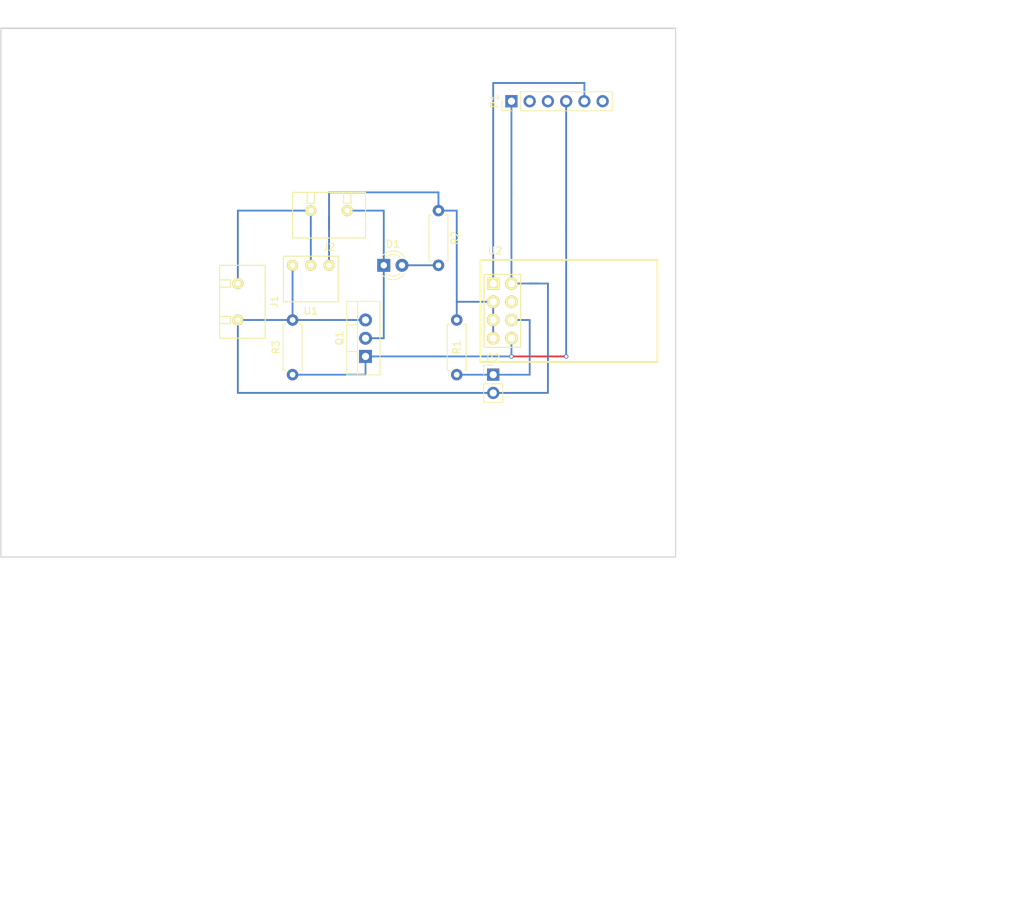
<source format=kicad_pcb>
(kicad_pcb (version 4) (host pcbnew 4.0.7-e2-6376~58~ubuntu16.04.1)

  (general
    (links 22)
    (no_connects 0)
    (area 83.719999 53.239999 177.900001 127.100001)
    (thickness 1.6)
    (drawings 29)
    (tracks 50)
    (zones 0)
    (modules 11)
    (nets 13)
  )

  (page A4)
  (title_block
    (title "IoT Switch")
    (date 2017-09-08)
    (rev 0)
  )

  (layers
    (0 F.Cu signal)
    (31 B.Cu signal)
    (32 B.Adhes user)
    (33 F.Adhes user)
    (34 B.Paste user)
    (35 F.Paste user)
    (36 B.SilkS user)
    (37 F.SilkS user)
    (38 B.Mask user)
    (39 F.Mask user)
    (40 Dwgs.User user hide)
    (41 Cmts.User user)
    (42 Eco1.User user)
    (43 Eco2.User user)
    (44 Edge.Cuts user)
    (45 Margin user)
    (46 B.CrtYd user)
    (47 F.CrtYd user)
    (48 B.Fab user)
    (49 F.Fab user)
  )

  (setup
    (last_trace_width 0.25)
    (trace_clearance 0.2)
    (zone_clearance 0.508)
    (zone_45_only no)
    (trace_min 0.2)
    (segment_width 0.2)
    (edge_width 0.2)
    (via_size 0.6)
    (via_drill 0.4)
    (via_min_size 0.4)
    (via_min_drill 0.3)
    (uvia_size 0.3)
    (uvia_drill 0.1)
    (uvias_allowed no)
    (uvia_min_size 0.2)
    (uvia_min_drill 0.1)
    (pcb_text_width 0.3)
    (pcb_text_size 1.5 1.5)
    (mod_edge_width 0.15)
    (mod_text_size 1 1)
    (mod_text_width 0.15)
    (pad_size 1.524 1.524)
    (pad_drill 0.762)
    (pad_to_mask_clearance 0.2)
    (aux_axis_origin 0 0)
    (visible_elements FFFFFF7F)
    (pcbplotparams
      (layerselection 0x00030_80000001)
      (usegerberextensions false)
      (excludeedgelayer true)
      (linewidth 0.100000)
      (plotframeref false)
      (viasonmask false)
      (mode 1)
      (useauxorigin false)
      (hpglpennumber 1)
      (hpglpenspeed 20)
      (hpglpendiameter 15)
      (hpglpenoverlay 2)
      (psnegative false)
      (psa4output false)
      (plotreference true)
      (plotvalue true)
      (plotinvisibletext false)
      (padsonsilk false)
      (subtractmaskfromsilk false)
      (outputformat 1)
      (mirror false)
      (drillshape 1)
      (scaleselection 1)
      (outputdirectory ""))
  )

  (net 0 "")
  (net 1 GND)
  (net 2 VDD)
  (net 3 "Net-(D1-Pad2)")
  (net 4 TX)
  (net 5 RX)
  (net 6 "Net-(D1-Pad1)")
  (net 7 +3V3)
  (net 8 "Net-(P2-Pad1)")
  (net 9 "Net-(P1-Pad2)")
  (net 10 "Net-(P1-Pad3)")
  (net 11 "Net-(P1-Pad6)")
  (net 12 "Net-(U2-Pad4)")

  (net_class Default "This is the default net class."
    (clearance 0.2)
    (trace_width 0.25)
    (via_dia 0.6)
    (via_drill 0.4)
    (uvia_dia 0.3)
    (uvia_drill 0.1)
    (add_net +3V3)
    (add_net GND)
    (add_net "Net-(D1-Pad1)")
    (add_net "Net-(D1-Pad2)")
    (add_net "Net-(P1-Pad2)")
    (add_net "Net-(P1-Pad3)")
    (add_net "Net-(P1-Pad6)")
    (add_net "Net-(P2-Pad1)")
    (add_net "Net-(U2-Pad4)")
    (add_net RX)
    (add_net TX)
    (add_net VDD)
  )

  (module ESP8266:ESP-01 (layer F.Cu) (tedit 59B63C3E) (tstamp 59ABE678)
    (at 152.4 88.9)
    (descr "Module, ESP-8266, ESP-01, 8 pin")
    (tags "Module ESP-8266 ESP8266")
    (path /59A6C282)
    (fp_text reference U2 (at 0.254 -4.572) (layer F.SilkS)
      (effects (font (size 1 1) (thickness 0.15)))
    )
    (fp_text value ESP8266-01 (at 6.35 3.81 90) (layer F.Fab)
      (effects (font (size 1 1) (thickness 0.15)))
    )
    (fp_line (start -1.778 -3.302) (end 22.86 -3.302) (layer F.SilkS) (width 0.254))
    (fp_line (start 22.86 -3.302) (end 22.86 10.922) (layer F.SilkS) (width 0.254))
    (fp_line (start 22.86 10.922) (end -1.778 10.922) (layer F.SilkS) (width 0.254))
    (fp_line (start -1.778 10.922) (end -1.778 -3.302) (layer F.SilkS) (width 0.254))
    (fp_line (start -1.778 -3.302) (end 22.86 -3.302) (layer F.Fab) (width 0.05))
    (fp_line (start 22.86 -3.302) (end 22.86 10.922) (layer F.Fab) (width 0.05))
    (fp_line (start 22.86 10.922) (end -1.778 10.922) (layer F.Fab) (width 0.05))
    (fp_line (start -1.778 10.922) (end -1.778 -3.302) (layer F.Fab) (width 0.05))
    (fp_line (start 1.27 -1.27) (end -1.27 -1.27) (layer F.SilkS) (width 0.1524))
    (fp_line (start -1.27 -1.27) (end -1.27 1.27) (layer F.SilkS) (width 0.1524))
    (fp_line (start -1.75 -1.75) (end -1.75 9.4) (layer F.CrtYd) (width 0.05))
    (fp_line (start 4.3 -1.75) (end 4.3 9.4) (layer F.CrtYd) (width 0.05))
    (fp_line (start -1.75 -1.75) (end 4.3 -1.75) (layer F.CrtYd) (width 0.05))
    (fp_line (start -1.75 9.4) (end 4.3 9.4) (layer F.CrtYd) (width 0.05))
    (fp_line (start -1.27 1.27) (end -1.27 8.89) (layer F.SilkS) (width 0.1524))
    (fp_line (start -1.27 8.89) (end 3.81 8.89) (layer F.SilkS) (width 0.1524))
    (fp_line (start 3.81 8.89) (end 3.81 -1.27) (layer F.SilkS) (width 0.1524))
    (fp_line (start 3.81 -1.27) (end 1.27 -1.27) (layer F.SilkS) (width 0.1524))
    (pad 1 thru_hole rect (at 0 0) (size 1.7272 1.7272) (drill 1.016) (layers *.Cu *.Mask F.SilkS)
      (net 4 TX))
    (pad 2 thru_hole oval (at 2.54 0) (size 1.7272 1.7272) (drill 1.016) (layers *.Cu *.Mask F.SilkS)
      (net 1 GND))
    (pad 3 thru_hole oval (at 0 2.54) (size 1.7272 1.7272) (drill 1.016) (layers *.Cu *.Mask F.SilkS)
      (net 7 +3V3))
    (pad 4 thru_hole oval (at 2.54 2.54) (size 1.7272 1.7272) (drill 1.016) (layers *.Cu *.Mask F.SilkS)
      (net 12 "Net-(U2-Pad4)"))
    (pad 5 thru_hole oval (at 0 5.08) (size 1.7272 1.7272) (drill 1.016) (layers *.Cu *.Mask F.SilkS)
      (net 7 +3V3))
    (pad 6 thru_hole oval (at 2.54 5.08) (size 1.7272 1.7272) (drill 1.016) (layers *.Cu *.Mask F.SilkS)
      (net 8 "Net-(P2-Pad1)"))
    (pad 7 thru_hole oval (at 0 7.62) (size 1.7272 1.7272) (drill 1.016) (layers *.Cu *.Mask F.SilkS)
      (net 7 +3V3))
    (pad 8 thru_hole oval (at 2.54 7.62) (size 1.7272 1.7272) (drill 1.016) (layers *.Cu *.Mask F.SilkS)
      (net 5 RX))
  )

  (module TO_SOT_Packages_THT:TO-220_Vertical (layer F.Cu) (tedit 58CE52AD) (tstamp 59A6D468)
    (at 134.62 99.06 90)
    (descr "TO-220, Vertical, RM 2.54mm")
    (tags "TO-220 Vertical RM 2.54mm")
    (path /59A80E5B)
    (fp_text reference Q1 (at 2.54 -3.62 90) (layer F.SilkS)
      (effects (font (size 1 1) (thickness 0.15)))
    )
    (fp_text value IRL2703 (at 2.54 3.92 90) (layer F.Fab)
      (effects (font (size 1 1) (thickness 0.15)))
    )
    (fp_text user %R (at 2.54 -3.62 90) (layer F.Fab)
      (effects (font (size 1 1) (thickness 0.15)))
    )
    (fp_line (start -2.46 -2.5) (end -2.46 1.9) (layer F.Fab) (width 0.1))
    (fp_line (start -2.46 1.9) (end 7.54 1.9) (layer F.Fab) (width 0.1))
    (fp_line (start 7.54 1.9) (end 7.54 -2.5) (layer F.Fab) (width 0.1))
    (fp_line (start 7.54 -2.5) (end -2.46 -2.5) (layer F.Fab) (width 0.1))
    (fp_line (start -2.46 -1.23) (end 7.54 -1.23) (layer F.Fab) (width 0.1))
    (fp_line (start 0.69 -2.5) (end 0.69 -1.23) (layer F.Fab) (width 0.1))
    (fp_line (start 4.39 -2.5) (end 4.39 -1.23) (layer F.Fab) (width 0.1))
    (fp_line (start -2.58 -2.62) (end 7.66 -2.62) (layer F.SilkS) (width 0.12))
    (fp_line (start -2.58 2.021) (end 7.66 2.021) (layer F.SilkS) (width 0.12))
    (fp_line (start -2.58 -2.62) (end -2.58 2.021) (layer F.SilkS) (width 0.12))
    (fp_line (start 7.66 -2.62) (end 7.66 2.021) (layer F.SilkS) (width 0.12))
    (fp_line (start -2.58 -1.11) (end 7.66 -1.11) (layer F.SilkS) (width 0.12))
    (fp_line (start 0.69 -2.62) (end 0.69 -1.11) (layer F.SilkS) (width 0.12))
    (fp_line (start 4.391 -2.62) (end 4.391 -1.11) (layer F.SilkS) (width 0.12))
    (fp_line (start -2.71 -2.75) (end -2.71 2.16) (layer F.CrtYd) (width 0.05))
    (fp_line (start -2.71 2.16) (end 7.79 2.16) (layer F.CrtYd) (width 0.05))
    (fp_line (start 7.79 2.16) (end 7.79 -2.75) (layer F.CrtYd) (width 0.05))
    (fp_line (start 7.79 -2.75) (end -2.71 -2.75) (layer F.CrtYd) (width 0.05))
    (pad 1 thru_hole rect (at 0 0 90) (size 1.8 1.8) (drill 1) (layers *.Cu *.Mask)
      (net 5 RX))
    (pad 2 thru_hole oval (at 2.54 0 90) (size 1.8 1.8) (drill 1) (layers *.Cu *.Mask)
      (net 6 "Net-(D1-Pad1)"))
    (pad 3 thru_hole oval (at 5.08 0 90) (size 1.8 1.8) (drill 1) (layers *.Cu *.Mask)
      (net 1 GND))
    (model ${KISYS3DMOD}/TO_SOT_Packages_THT.3dshapes/TO-220_Vertical.wrl
      (at (xyz 0.1 0 0))
      (scale (xyz 0.393701 0.393701 0.393701))
      (rotate (xyz 0 0 0))
    )
  )

  (module LEDs:LED_D3.0mm (layer F.Cu) (tedit 587A3A7B) (tstamp 59A6D581)
    (at 137.16 86.36)
    (descr "LED, diameter 3.0mm, 2 pins")
    (tags "LED diameter 3.0mm 2 pins")
    (path /59A6C795)
    (fp_text reference D1 (at 1.27 -2.96) (layer F.SilkS)
      (effects (font (size 1 1) (thickness 0.15)))
    )
    (fp_text value LED (at 1.27 2.96) (layer F.Fab)
      (effects (font (size 1 1) (thickness 0.15)))
    )
    (fp_arc (start 1.27 0) (end -0.23 -1.16619) (angle 284.3) (layer F.Fab) (width 0.1))
    (fp_arc (start 1.27 0) (end -0.29 -1.235516) (angle 108.8) (layer F.SilkS) (width 0.12))
    (fp_arc (start 1.27 0) (end -0.29 1.235516) (angle -108.8) (layer F.SilkS) (width 0.12))
    (fp_arc (start 1.27 0) (end 0.229039 -1.08) (angle 87.9) (layer F.SilkS) (width 0.12))
    (fp_arc (start 1.27 0) (end 0.229039 1.08) (angle -87.9) (layer F.SilkS) (width 0.12))
    (fp_circle (center 1.27 0) (end 2.77 0) (layer F.Fab) (width 0.1))
    (fp_line (start -0.23 -1.16619) (end -0.23 1.16619) (layer F.Fab) (width 0.1))
    (fp_line (start -0.29 -1.236) (end -0.29 -1.08) (layer F.SilkS) (width 0.12))
    (fp_line (start -0.29 1.08) (end -0.29 1.236) (layer F.SilkS) (width 0.12))
    (fp_line (start -1.15 -2.25) (end -1.15 2.25) (layer F.CrtYd) (width 0.05))
    (fp_line (start -1.15 2.25) (end 3.7 2.25) (layer F.CrtYd) (width 0.05))
    (fp_line (start 3.7 2.25) (end 3.7 -2.25) (layer F.CrtYd) (width 0.05))
    (fp_line (start 3.7 -2.25) (end -1.15 -2.25) (layer F.CrtYd) (width 0.05))
    (pad 1 thru_hole rect (at 0 0) (size 1.8 1.8) (drill 0.9) (layers *.Cu *.Mask)
      (net 6 "Net-(D1-Pad1)"))
    (pad 2 thru_hole circle (at 2.54 0) (size 1.8 1.8) (drill 0.9) (layers *.Cu *.Mask)
      (net 3 "Net-(D1-Pad2)"))
    (model ${KISYS3DMOD}/LEDs.3dshapes/LED_D3.0mm.wrl
      (at (xyz 0 0 0))
      (scale (xyz 0.393701 0.393701 0.393701))
      (rotate (xyz 0 0 0))
    )
  )

  (module my_library:Screw_terminal (layer F.Cu) (tedit 59B63D13) (tstamp 59AB2011)
    (at 116.84 91.44 270)
    (path /59AB300F)
    (fp_text reference J1 (at 0 -5.08 270) (layer F.SilkS)
      (effects (font (size 1 1) (thickness 0.15)))
    )
    (fp_text value "6-20V in" (at 0 -2.54 270) (layer F.Fab)
      (effects (font (size 1 1) (thickness 0.15)))
    )
    (fp_line (start -2.032 1.016) (end -2.032 2.54) (layer F.SilkS) (width 0.15))
    (fp_line (start -3.048 1.016) (end -2.032 1.016) (layer F.SilkS) (width 0.15))
    (fp_line (start -3.048 2.54) (end -3.048 1.016) (layer F.SilkS) (width 0.15))
    (fp_line (start 3.048 1.016) (end 3.048 2.54) (layer F.SilkS) (width 0.15))
    (fp_line (start 2.032 1.016) (end 3.048 1.016) (layer F.SilkS) (width 0.15))
    (fp_line (start 2.032 2.54) (end 2.032 1.016) (layer F.SilkS) (width 0.15))
    (fp_line (start 5.08 2.54) (end -5.08 2.54) (layer F.SilkS) (width 0.15))
    (fp_line (start 5.08 -3.81) (end 5.08 2.54) (layer F.SilkS) (width 0.15))
    (fp_line (start -5.08 -3.81) (end 5.08 -3.81) (layer F.SilkS) (width 0.15))
    (fp_line (start -5.08 2.54) (end -5.08 -3.81) (layer F.SilkS) (width 0.15))
    (pad 1 thru_hole circle (at -2.54 0 270) (size 1.524 1.524) (drill 0.762) (layers *.Cu *.Mask F.SilkS)
      (net 2 VDD))
    (pad 2 thru_hole circle (at 2.54 0 270) (size 1.524 1.524) (drill 0.762) (layers *.Cu *.Mask F.SilkS)
      (net 1 GND))
  )

  (module my_library:Screw_terminal (layer F.Cu) (tedit 59B63BB3) (tstamp 59ABE5F1)
    (at 129.54 78.74 180)
    (path /59A6C595)
    (fp_text reference J2 (at 0 -5.08 180) (layer F.SilkS)
      (effects (font (size 1 1) (thickness 0.15)))
    )
    (fp_text value Load (at 0 -7.62 180) (layer F.Fab)
      (effects (font (size 1 1) (thickness 0.15)))
    )
    (fp_line (start -2.032 1.016) (end -2.032 2.54) (layer F.SilkS) (width 0.15))
    (fp_line (start -3.048 1.016) (end -2.032 1.016) (layer F.SilkS) (width 0.15))
    (fp_line (start -3.048 2.54) (end -3.048 1.016) (layer F.SilkS) (width 0.15))
    (fp_line (start 3.048 1.016) (end 3.048 2.54) (layer F.SilkS) (width 0.15))
    (fp_line (start 2.032 1.016) (end 3.048 1.016) (layer F.SilkS) (width 0.15))
    (fp_line (start 2.032 2.54) (end 2.032 1.016) (layer F.SilkS) (width 0.15))
    (fp_line (start 5.08 2.54) (end -5.08 2.54) (layer F.SilkS) (width 0.15))
    (fp_line (start 5.08 -3.81) (end 5.08 2.54) (layer F.SilkS) (width 0.15))
    (fp_line (start -5.08 -3.81) (end 5.08 -3.81) (layer F.SilkS) (width 0.15))
    (fp_line (start -5.08 2.54) (end -5.08 -3.81) (layer F.SilkS) (width 0.15))
    (pad 1 thru_hole circle (at -2.54 0 180) (size 1.524 1.524) (drill 0.762) (layers *.Cu *.Mask F.SilkS)
      (net 6 "Net-(D1-Pad1)"))
    (pad 2 thru_hole circle (at 2.54 0 180) (size 1.524 1.524) (drill 0.762) (layers *.Cu *.Mask F.SilkS)
      (net 2 VDD))
  )

  (module Pin_Headers:Pin_Header_Straight_1x02_Pitch2.54mm (layer F.Cu) (tedit 59650532) (tstamp 59ABE601)
    (at 152.4 101.6)
    (descr "Through hole straight pin header, 1x02, 2.54mm pitch, single row")
    (tags "Through hole pin header THT 1x02 2.54mm single row")
    (path /59ABCC28)
    (fp_text reference P2 (at 0 -2.33) (layer F.SilkS)
      (effects (font (size 1 1) (thickness 0.15)))
    )
    (fp_text value PROG_JP (at 0 4.87) (layer F.Fab)
      (effects (font (size 1 1) (thickness 0.15)))
    )
    (fp_line (start -0.635 -1.27) (end 1.27 -1.27) (layer F.Fab) (width 0.1))
    (fp_line (start 1.27 -1.27) (end 1.27 3.81) (layer F.Fab) (width 0.1))
    (fp_line (start 1.27 3.81) (end -1.27 3.81) (layer F.Fab) (width 0.1))
    (fp_line (start -1.27 3.81) (end -1.27 -0.635) (layer F.Fab) (width 0.1))
    (fp_line (start -1.27 -0.635) (end -0.635 -1.27) (layer F.Fab) (width 0.1))
    (fp_line (start -1.33 3.87) (end 1.33 3.87) (layer F.SilkS) (width 0.12))
    (fp_line (start -1.33 1.27) (end -1.33 3.87) (layer F.SilkS) (width 0.12))
    (fp_line (start 1.33 1.27) (end 1.33 3.87) (layer F.SilkS) (width 0.12))
    (fp_line (start -1.33 1.27) (end 1.33 1.27) (layer F.SilkS) (width 0.12))
    (fp_line (start -1.33 0) (end -1.33 -1.33) (layer F.SilkS) (width 0.12))
    (fp_line (start -1.33 -1.33) (end 0 -1.33) (layer F.SilkS) (width 0.12))
    (fp_line (start -1.8 -1.8) (end -1.8 4.35) (layer F.CrtYd) (width 0.05))
    (fp_line (start -1.8 4.35) (end 1.8 4.35) (layer F.CrtYd) (width 0.05))
    (fp_line (start 1.8 4.35) (end 1.8 -1.8) (layer F.CrtYd) (width 0.05))
    (fp_line (start 1.8 -1.8) (end -1.8 -1.8) (layer F.CrtYd) (width 0.05))
    (fp_text user %R (at 0 1.27 90) (layer F.Fab)
      (effects (font (size 1 1) (thickness 0.15)))
    )
    (pad 1 thru_hole rect (at 0 0) (size 1.7 1.7) (drill 1) (layers *.Cu *.Mask)
      (net 8 "Net-(P2-Pad1)"))
    (pad 2 thru_hole oval (at 0 2.54) (size 1.7 1.7) (drill 1) (layers *.Cu *.Mask)
      (net 1 GND))
    (model ${KISYS3DMOD}/Pin_Headers.3dshapes/Pin_Header_Straight_1x02_Pitch2.54mm.wrl
      (at (xyz 0 0 0))
      (scale (xyz 1 1 1))
      (rotate (xyz 0 0 0))
    )
  )

  (module Resistors_ThroughHole:R_Axial_DIN0207_L6.3mm_D2.5mm_P7.62mm_Horizontal (layer F.Cu) (tedit 5874F706) (tstamp 59ABE607)
    (at 124.46 101.6 90)
    (descr "Resistor, Axial_DIN0207 series, Axial, Horizontal, pin pitch=7.62mm, 0.25W = 1/4W, length*diameter=6.3*2.5mm^2, http://cdn-reichelt.de/documents/datenblatt/B400/1_4W%23YAG.pdf")
    (tags "Resistor Axial_DIN0207 series Axial Horizontal pin pitch 7.62mm 0.25W = 1/4W length 6.3mm diameter 2.5mm")
    (path /59A6C6D7)
    (fp_text reference R3 (at 3.81 -2.31 90) (layer F.SilkS)
      (effects (font (size 1 1) (thickness 0.15)))
    )
    (fp_text value 1k (at 3.81 2.31 90) (layer F.Fab)
      (effects (font (size 1 1) (thickness 0.15)))
    )
    (fp_line (start 0.66 -1.25) (end 0.66 1.25) (layer F.Fab) (width 0.1))
    (fp_line (start 0.66 1.25) (end 6.96 1.25) (layer F.Fab) (width 0.1))
    (fp_line (start 6.96 1.25) (end 6.96 -1.25) (layer F.Fab) (width 0.1))
    (fp_line (start 6.96 -1.25) (end 0.66 -1.25) (layer F.Fab) (width 0.1))
    (fp_line (start 0 0) (end 0.66 0) (layer F.Fab) (width 0.1))
    (fp_line (start 7.62 0) (end 6.96 0) (layer F.Fab) (width 0.1))
    (fp_line (start 0.6 -0.98) (end 0.6 -1.31) (layer F.SilkS) (width 0.12))
    (fp_line (start 0.6 -1.31) (end 7.02 -1.31) (layer F.SilkS) (width 0.12))
    (fp_line (start 7.02 -1.31) (end 7.02 -0.98) (layer F.SilkS) (width 0.12))
    (fp_line (start 0.6 0.98) (end 0.6 1.31) (layer F.SilkS) (width 0.12))
    (fp_line (start 0.6 1.31) (end 7.02 1.31) (layer F.SilkS) (width 0.12))
    (fp_line (start 7.02 1.31) (end 7.02 0.98) (layer F.SilkS) (width 0.12))
    (fp_line (start -1.05 -1.6) (end -1.05 1.6) (layer F.CrtYd) (width 0.05))
    (fp_line (start -1.05 1.6) (end 8.7 1.6) (layer F.CrtYd) (width 0.05))
    (fp_line (start 8.7 1.6) (end 8.7 -1.6) (layer F.CrtYd) (width 0.05))
    (fp_line (start 8.7 -1.6) (end -1.05 -1.6) (layer F.CrtYd) (width 0.05))
    (pad 1 thru_hole circle (at 0 0 90) (size 1.6 1.6) (drill 0.8) (layers *.Cu *.Mask)
      (net 5 RX))
    (pad 2 thru_hole oval (at 7.62 0 90) (size 1.6 1.6) (drill 0.8) (layers *.Cu *.Mask)
      (net 1 GND))
    (model ${KISYS3DMOD}/Resistors_THT.3dshapes/R_Axial_DIN0207_L6.3mm_D2.5mm_P7.62mm_Horizontal.wrl
      (at (xyz 0 0 0))
      (scale (xyz 0.393701 0.393701 0.393701))
      (rotate (xyz 0 0 0))
    )
  )

  (module Resistors_ThroughHole:R_Axial_DIN0207_L6.3mm_D2.5mm_P7.62mm_Horizontal (layer F.Cu) (tedit 59B63BAC) (tstamp 59ABE668)
    (at 147.32 93.98 270)
    (descr "Resistor, Axial_DIN0207 series, Axial, Horizontal, pin pitch=7.62mm, 0.25W = 1/4W, length*diameter=6.3*2.5mm^2, http://cdn-reichelt.de/documents/datenblatt/B400/1_4W%23YAG.pdf")
    (tags "Resistor Axial_DIN0207 series Axial Horizontal pin pitch 7.62mm 0.25W = 1/4W length 6.3mm diameter 2.5mm")
    (path /59ABC38A)
    (fp_text reference R1 (at 3.81 0 270) (layer F.SilkS)
      (effects (font (size 1 1) (thickness 0.15)))
    )
    (fp_text value 1k (at 3.81 2.31 270) (layer F.Fab)
      (effects (font (size 1 1) (thickness 0.15)))
    )
    (fp_line (start 0.66 -1.25) (end 0.66 1.25) (layer F.Fab) (width 0.1))
    (fp_line (start 0.66 1.25) (end 6.96 1.25) (layer F.Fab) (width 0.1))
    (fp_line (start 6.96 1.25) (end 6.96 -1.25) (layer F.Fab) (width 0.1))
    (fp_line (start 6.96 -1.25) (end 0.66 -1.25) (layer F.Fab) (width 0.1))
    (fp_line (start 0 0) (end 0.66 0) (layer F.Fab) (width 0.1))
    (fp_line (start 7.62 0) (end 6.96 0) (layer F.Fab) (width 0.1))
    (fp_line (start 0.6 -0.98) (end 0.6 -1.31) (layer F.SilkS) (width 0.12))
    (fp_line (start 0.6 -1.31) (end 7.02 -1.31) (layer F.SilkS) (width 0.12))
    (fp_line (start 7.02 -1.31) (end 7.02 -0.98) (layer F.SilkS) (width 0.12))
    (fp_line (start 0.6 0.98) (end 0.6 1.31) (layer F.SilkS) (width 0.12))
    (fp_line (start 0.6 1.31) (end 7.02 1.31) (layer F.SilkS) (width 0.12))
    (fp_line (start 7.02 1.31) (end 7.02 0.98) (layer F.SilkS) (width 0.12))
    (fp_line (start -1.05 -1.6) (end -1.05 1.6) (layer F.CrtYd) (width 0.05))
    (fp_line (start -1.05 1.6) (end 8.7 1.6) (layer F.CrtYd) (width 0.05))
    (fp_line (start 8.7 1.6) (end 8.7 -1.6) (layer F.CrtYd) (width 0.05))
    (fp_line (start 8.7 -1.6) (end -1.05 -1.6) (layer F.CrtYd) (width 0.05))
    (pad 1 thru_hole circle (at 0 0 270) (size 1.6 1.6) (drill 0.8) (layers *.Cu *.Mask)
      (net 7 +3V3))
    (pad 2 thru_hole oval (at 7.62 0 270) (size 1.6 1.6) (drill 0.8) (layers *.Cu *.Mask)
      (net 8 "Net-(P2-Pad1)"))
    (model ${KISYS3DMOD}/Resistors_THT.3dshapes/R_Axial_DIN0207_L6.3mm_D2.5mm_P7.62mm_Horizontal.wrl
      (at (xyz 0 0 0))
      (scale (xyz 0.393701 0.393701 0.393701))
      (rotate (xyz 0 0 0))
    )
  )

  (module Resistors_ThroughHole:R_Axial_DIN0207_L6.3mm_D2.5mm_P7.62mm_Horizontal (layer F.Cu) (tedit 59B63BC2) (tstamp 59ABE66D)
    (at 144.78 78.74 270)
    (descr "Resistor, Axial_DIN0207 series, Axial, Horizontal, pin pitch=7.62mm, 0.25W = 1/4W, length*diameter=6.3*2.5mm^2, http://cdn-reichelt.de/documents/datenblatt/B400/1_4W%23YAG.pdf")
    (tags "Resistor Axial_DIN0207 series Axial Horizontal pin pitch 7.62mm 0.25W = 1/4W length 6.3mm diameter 2.5mm")
    (path /59A6C742)
    (fp_text reference R2 (at 3.81 -2.31 270) (layer F.SilkS)
      (effects (font (size 1 1) (thickness 0.15)))
    )
    (fp_text value 1k (at 3.81 0 270) (layer F.Fab)
      (effects (font (size 1 1) (thickness 0.15)))
    )
    (fp_line (start 0.66 -1.25) (end 0.66 1.25) (layer F.Fab) (width 0.1))
    (fp_line (start 0.66 1.25) (end 6.96 1.25) (layer F.Fab) (width 0.1))
    (fp_line (start 6.96 1.25) (end 6.96 -1.25) (layer F.Fab) (width 0.1))
    (fp_line (start 6.96 -1.25) (end 0.66 -1.25) (layer F.Fab) (width 0.1))
    (fp_line (start 0 0) (end 0.66 0) (layer F.Fab) (width 0.1))
    (fp_line (start 7.62 0) (end 6.96 0) (layer F.Fab) (width 0.1))
    (fp_line (start 0.6 -0.98) (end 0.6 -1.31) (layer F.SilkS) (width 0.12))
    (fp_line (start 0.6 -1.31) (end 7.02 -1.31) (layer F.SilkS) (width 0.12))
    (fp_line (start 7.02 -1.31) (end 7.02 -0.98) (layer F.SilkS) (width 0.12))
    (fp_line (start 0.6 0.98) (end 0.6 1.31) (layer F.SilkS) (width 0.12))
    (fp_line (start 0.6 1.31) (end 7.02 1.31) (layer F.SilkS) (width 0.12))
    (fp_line (start 7.02 1.31) (end 7.02 0.98) (layer F.SilkS) (width 0.12))
    (fp_line (start -1.05 -1.6) (end -1.05 1.6) (layer F.CrtYd) (width 0.05))
    (fp_line (start -1.05 1.6) (end 8.7 1.6) (layer F.CrtYd) (width 0.05))
    (fp_line (start 8.7 1.6) (end 8.7 -1.6) (layer F.CrtYd) (width 0.05))
    (fp_line (start 8.7 -1.6) (end -1.05 -1.6) (layer F.CrtYd) (width 0.05))
    (pad 1 thru_hole circle (at 0 0 270) (size 1.6 1.6) (drill 0.8) (layers *.Cu *.Mask)
      (net 7 +3V3))
    (pad 2 thru_hole oval (at 7.62 0 270) (size 1.6 1.6) (drill 0.8) (layers *.Cu *.Mask)
      (net 3 "Net-(D1-Pad2)"))
    (model ${KISYS3DMOD}/Resistors_THT.3dshapes/R_Axial_DIN0207_L6.3mm_D2.5mm_P7.62mm_Horizontal.wrl
      (at (xyz 0 0 0))
      (scale (xyz 0.393701 0.393701 0.393701))
      (rotate (xyz 0 0 0))
    )
  )

  (module my_library:1117 (layer F.Cu) (tedit 59B63BBA) (tstamp 59ABE672)
    (at 127 86.36 180)
    (path /59AB39C2)
    (fp_text reference U1 (at 0 -6.35 180) (layer F.SilkS)
      (effects (font (size 1 1) (thickness 0.15)))
    )
    (fp_text value AP1117-33 (at 0 -2.54 180) (layer F.Fab)
      (effects (font (size 1 1) (thickness 0.15)))
    )
    (fp_line (start -3.81 -5.08) (end -3.81 1.27) (layer F.SilkS) (width 0.15))
    (fp_line (start 3.81 -5.08) (end -3.81 -5.08) (layer F.SilkS) (width 0.15))
    (fp_line (start 3.81 1.27) (end 3.81 -5.08) (layer F.SilkS) (width 0.15))
    (fp_line (start -3.81 1.27) (end 3.81 1.27) (layer F.SilkS) (width 0.15))
    (pad 1 thru_hole circle (at 2.54 0 180) (size 1.524 1.524) (drill 0.762) (layers *.Cu *.Mask F.SilkS)
      (net 1 GND))
    (pad 2 thru_hole circle (at -2.54 0 180) (size 1.524 1.524) (drill 0.762) (layers *.Cu *.Mask F.SilkS)
      (net 7 +3V3))
    (pad 3 thru_hole circle (at 0 0 180) (size 1.524 1.524) (drill 0.762) (layers *.Cu *.Mask F.SilkS)
      (net 2 VDD))
  )

  (module Pin_Headers:Pin_Header_Straight_1x06_Pitch2.54mm (layer F.Cu) (tedit 59650532) (tstamp 59ABE884)
    (at 154.94 63.5 90)
    (descr "Through hole straight pin header, 1x06, 2.54mm pitch, single row")
    (tags "Through hole pin header THT 1x06 2.54mm single row")
    (path /59ABC95F)
    (fp_text reference P1 (at 0 -2.33 90) (layer F.SilkS)
      (effects (font (size 1 1) (thickness 0.15)))
    )
    (fp_text value PROG (at 0 15.03 90) (layer F.Fab)
      (effects (font (size 1 1) (thickness 0.15)))
    )
    (fp_line (start -0.635 -1.27) (end 1.27 -1.27) (layer F.Fab) (width 0.1))
    (fp_line (start 1.27 -1.27) (end 1.27 13.97) (layer F.Fab) (width 0.1))
    (fp_line (start 1.27 13.97) (end -1.27 13.97) (layer F.Fab) (width 0.1))
    (fp_line (start -1.27 13.97) (end -1.27 -0.635) (layer F.Fab) (width 0.1))
    (fp_line (start -1.27 -0.635) (end -0.635 -1.27) (layer F.Fab) (width 0.1))
    (fp_line (start -1.33 14.03) (end 1.33 14.03) (layer F.SilkS) (width 0.12))
    (fp_line (start -1.33 1.27) (end -1.33 14.03) (layer F.SilkS) (width 0.12))
    (fp_line (start 1.33 1.27) (end 1.33 14.03) (layer F.SilkS) (width 0.12))
    (fp_line (start -1.33 1.27) (end 1.33 1.27) (layer F.SilkS) (width 0.12))
    (fp_line (start -1.33 0) (end -1.33 -1.33) (layer F.SilkS) (width 0.12))
    (fp_line (start -1.33 -1.33) (end 0 -1.33) (layer F.SilkS) (width 0.12))
    (fp_line (start -1.8 -1.8) (end -1.8 14.5) (layer F.CrtYd) (width 0.05))
    (fp_line (start -1.8 14.5) (end 1.8 14.5) (layer F.CrtYd) (width 0.05))
    (fp_line (start 1.8 14.5) (end 1.8 -1.8) (layer F.CrtYd) (width 0.05))
    (fp_line (start 1.8 -1.8) (end -1.8 -1.8) (layer F.CrtYd) (width 0.05))
    (fp_text user %R (at 0 6.35 270) (layer F.Fab)
      (effects (font (size 1 1) (thickness 0.15)))
    )
    (pad 1 thru_hole rect (at 0 0 90) (size 1.7 1.7) (drill 1) (layers *.Cu *.Mask)
      (net 1 GND))
    (pad 2 thru_hole oval (at 0 2.54 90) (size 1.7 1.7) (drill 1) (layers *.Cu *.Mask)
      (net 9 "Net-(P1-Pad2)"))
    (pad 3 thru_hole oval (at 0 5.08 90) (size 1.7 1.7) (drill 1) (layers *.Cu *.Mask)
      (net 10 "Net-(P1-Pad3)"))
    (pad 4 thru_hole oval (at 0 7.62 90) (size 1.7 1.7) (drill 1) (layers *.Cu *.Mask)
      (net 5 RX))
    (pad 5 thru_hole oval (at 0 10.16 90) (size 1.7 1.7) (drill 1) (layers *.Cu *.Mask)
      (net 4 TX))
    (pad 6 thru_hole oval (at 0 12.7 90) (size 1.7 1.7) (drill 1) (layers *.Cu *.Mask)
      (net 11 "Net-(P1-Pad6)"))
    (model ${KISYS3DMOD}/Pin_Headers.3dshapes/Pin_Header_Straight_1x06_Pitch2.54mm.wrl
      (at (xyz 0 0 0))
      (scale (xyz 1 1 1))
      (rotate (xyz 0 0 0))
    )
  )

  (gr_text LOAD (at 129.54 74.93) (layer Cmts.User)
    (effects (font (size 1.5 1.5) (thickness 0.3)))
  )
  (gr_text 5-20V (at 113.03 88.9) (layer Cmts.User)
    (effects (font (size 1.5 1.5) (thickness 0.3)) (justify right))
  )
  (gr_text GND (at 113.03 93.98) (layer Cmts.User)
    (effects (font (size 1.5 1.5) (thickness 0.3)) (justify right))
  )
  (gr_text TX (at 165.1 66.04 90) (layer Cmts.User)
    (effects (font (size 1.5 1.5) (thickness 0.3)) (justify right))
  )
  (gr_text RX (at 162.56 66.04 90) (layer Cmts.User)
    (effects (font (size 1.5 1.5) (thickness 0.3)) (justify right))
  )
  (gr_text GND (at 154.94 66.04 90) (layer Cmts.User)
    (effects (font (size 1.5 1.5) (thickness 0.3)) (justify right))
  )
  (gr_line (start 171.45 110.49) (end 95.25 110.49) (layer Dwgs.User) (width 0.2))
  (gr_line (start 171.45 97.79) (end 95.25 97.79) (layer Dwgs.User) (width 0.2))
  (gr_line (start 171.45 85.09) (end 95.25 85.09) (layer Dwgs.User) (width 0.2))
  (gr_line (start 107.95 59.69) (end 107.95 120.65) (layer Dwgs.User) (width 0.2))
  (gr_line (start 120.65 59.69) (end 120.65 120.65) (layer Dwgs.User) (width 0.2))
  (gr_line (start 133.35 59.69) (end 133.35 120.65) (layer Dwgs.User) (width 0.2))
  (gr_line (start 171.45 72.39) (end 95.25 72.39) (layer Dwgs.User) (width 0.2))
  (gr_line (start 146.05 59.69) (end 146.05 120.65) (layer Dwgs.User) (width 0.2))
  (gr_line (start 158.75 59.69) (end 158.75 120.65) (layer Dwgs.User) (width 0.2))
  (gr_line (start 95.25 59.69) (end 171.45 59.69) (layer Dwgs.User) (width 0.2))
  (gr_line (start 95.25 120.65) (end 95.25 59.69) (layer Dwgs.User) (width 0.2))
  (gr_line (start 171.45 120.65) (end 95.25 120.65) (layer Dwgs.User) (width 0.2))
  (gr_line (start 171.45 59.69) (end 171.45 120.65) (layer Dwgs.User) (width 0.2))
  (gr_text "IoT Switch" (at 180.34 172.72) (layer B.Fab)
    (effects (font (size 6 6) (thickness 0.3) italic) (justify left))
  )
  (gr_circle (center 87.63 123.19) (end 88.9 125.73) (layer Cmts.User) (width 0.2))
  (gr_circle (center 87.63 57.15) (end 88.9 59.69) (layer Cmts.User) (width 0.2))
  (gr_circle (center 173.99 123.19) (end 173.99 125.73) (layer Cmts.User) (width 0.2))
  (gr_circle (center 173.99 57.15) (end 173.99 59.69) (layer Cmts.User) (width 0.2))
  (gr_line (start 83.82 53.34) (end 83.82 127) (layer Edge.Cuts) (width 0.2))
  (gr_line (start 177.8 53.34) (end 83.82 53.34) (layer Edge.Cuts) (width 0.2))
  (gr_text "IoT Switch" (at 83.82 50.8) (layer Cmts.User)
    (effects (font (size 1.5 1.5) (thickness 0.3)) (justify left))
  )
  (gr_line (start 177.8 53.34) (end 177.8 127) (angle 90) (layer Edge.Cuts) (width 0.15))
  (gr_line (start 177.8 127) (end 83.82 127) (angle 90) (layer Edge.Cuts) (width 0.15))

  (segment (start 154.94 88.9) (end 154.94 76.2) (width 0.25) (layer B.Cu) (net 1))
  (segment (start 154.94 76.2) (end 154.94 63.5) (width 0.25) (layer B.Cu) (net 1))
  (segment (start 152.4 104.14) (end 116.84 104.14) (width 0.25) (layer B.Cu) (net 1))
  (segment (start 134.62 93.98) (end 124.46 93.98) (width 0.25) (layer B.Cu) (net 1))
  (segment (start 124.46 86.36) (end 124.46 93.98) (width 0.25) (layer B.Cu) (net 1))
  (segment (start 160.02 104.14) (end 152.4 104.14) (width 0.25) (layer B.Cu) (net 1))
  (segment (start 160.02 88.9) (end 160.02 104.14) (width 0.25) (layer B.Cu) (net 1))
  (segment (start 157.48 88.9) (end 158.75 88.9) (width 0.25) (layer B.Cu) (net 1))
  (segment (start 154.94 88.9) (end 157.48 88.9) (width 0.25) (layer B.Cu) (net 1))
  (segment (start 157.48 88.9) (end 160.02 88.9) (width 0.25) (layer B.Cu) (net 1))
  (segment (start 116.84 104.14) (end 116.84 93.98) (width 0.25) (layer B.Cu) (net 1))
  (segment (start 116.84 93.98) (end 124.46 93.98) (width 0.25) (layer B.Cu) (net 1))
  (segment (start 116.84 88.9) (end 116.84 78.74) (width 0.25) (layer B.Cu) (net 2))
  (segment (start 127 78.74) (end 127 86.36) (width 0.25) (layer B.Cu) (net 2))
  (segment (start 116.84 78.74) (end 127 78.74) (width 0.25) (layer B.Cu) (net 2))
  (segment (start 144.78 86.36) (end 139.7 86.36) (width 0.25) (layer B.Cu) (net 3))
  (segment (start 152.4 60.96) (end 152.4 73.66) (width 0.25) (layer B.Cu) (net 4))
  (segment (start 152.4 88.9) (end 152.4 73.66) (width 0.25) (layer B.Cu) (net 4))
  (segment (start 152.4 60.96) (end 165.1 60.96) (width 0.25) (layer B.Cu) (net 4))
  (segment (start 165.1 60.96) (end 165.1 63.5) (width 0.25) (layer B.Cu) (net 4))
  (segment (start 154.94 99.06) (end 154.94 96.52) (width 0.25) (layer B.Cu) (net 5))
  (segment (start 154.94 99.06) (end 144.78 99.06) (width 0.25) (layer B.Cu) (net 5))
  (segment (start 134.62 99.06) (end 144.78 99.06) (width 0.25) (layer B.Cu) (net 5))
  (segment (start 134.62 101.6) (end 134.62 99.06) (width 0.25) (layer B.Cu) (net 5))
  (segment (start 124.46 101.6) (end 134.62 101.6) (width 0.25) (layer B.Cu) (net 5))
  (segment (start 162.56 81.28) (end 162.56 63.5) (width 0.25) (layer B.Cu) (net 5))
  (segment (start 162.56 99.06) (end 162.56 81.28) (width 0.25) (layer B.Cu) (net 5))
  (segment (start 154.94 99.06) (end 162.56 99.06) (width 0.25) (layer F.Cu) (net 5))
  (via (at 162.56 99.06) (size 0.6) (drill 0.4) (layers F.Cu B.Cu) (net 5))
  (via (at 154.94 99.06) (size 0.6) (drill 0.4) (layers F.Cu B.Cu) (net 5))
  (segment (start 137.16 78.74) (end 132.08 78.74) (width 0.25) (layer B.Cu) (net 6))
  (segment (start 137.16 86.36) (end 137.16 96.52) (width 0.25) (layer B.Cu) (net 6))
  (segment (start 137.16 78.74) (end 137.16 86.36) (width 0.25) (layer B.Cu) (net 6))
  (segment (start 134.62 96.52) (end 137.16 96.52) (width 0.25) (layer B.Cu) (net 6))
  (segment (start 147.32 93.98) (end 147.32 91.44) (width 0.25) (layer B.Cu) (net 7))
  (segment (start 147.32 78.74) (end 147.32 83.82) (width 0.25) (layer B.Cu) (net 7))
  (segment (start 144.78 76.2) (end 129.54 76.2) (width 0.25) (layer B.Cu) (net 7))
  (segment (start 144.78 78.74) (end 147.32 78.74) (width 0.25) (layer B.Cu) (net 7))
  (segment (start 144.78 76.2) (end 144.78 78.74) (width 0.25) (layer B.Cu) (net 7))
  (segment (start 147.32 91.44) (end 152.4 91.44) (width 0.25) (layer B.Cu) (net 7))
  (segment (start 147.32 83.82) (end 147.32 91.44) (width 0.25) (layer B.Cu) (net 7))
  (segment (start 129.54 76.2) (end 129.54 81.28) (width 0.25) (layer B.Cu) (net 7))
  (segment (start 129.54 81.28) (end 129.54 79.671238) (width 0.25) (layer B.Cu) (net 7))
  (segment (start 129.54 86.36) (end 129.54 81.28) (width 0.25) (layer B.Cu) (net 7))
  (segment (start 152.4 93.98) (end 152.4 96.52) (width 0.25) (layer B.Cu) (net 7))
  (segment (start 152.4 91.44) (end 152.4 93.98) (width 0.25) (layer B.Cu) (net 7))
  (segment (start 147.32 101.6) (end 152.4 101.6) (width 0.25) (layer B.Cu) (net 8))
  (segment (start 157.48 101.6) (end 152.4 101.6) (width 0.25) (layer B.Cu) (net 8))
  (segment (start 154.94 93.98) (end 157.48 93.98) (width 0.25) (layer B.Cu) (net 8))
  (segment (start 157.48 93.98) (end 157.48 101.6) (width 0.25) (layer B.Cu) (net 8))

)

</source>
